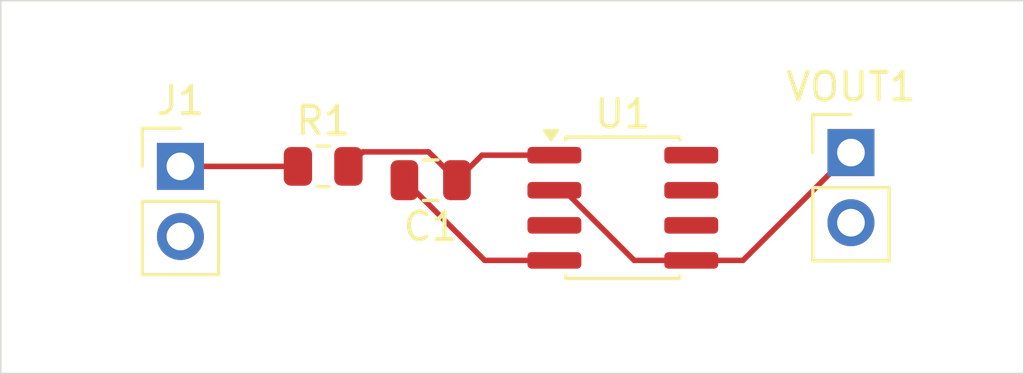
<source format=kicad_pcb>
(kicad_pcb (version 20241229) (generator "pcbnew") (generator_version "9.0")
  (layers (0 "F.Cu" signal) (2 "B.Cu" signal) (13 "F.Paste" user) (15 "B.Paste" user) (5 "F.SilkS" user "F.Silkscreen") (7 "B.SilkS" user "B.Silkscreen") (1 "F.Mask" user) (3 "B.Mask" user) (25 "Edge.Cuts" user))
  (net 0 "")
  (net 1 "Net-(U1-+)")
  (net 2 "GND")
  (net 4 "Net-(J1-Pin_1)")
  (net 5 "VCC")
  (net 6 "Net-(U1--)")
  (footprint "Resistor_SMD:R_0805_2012Metric" (layer "F.Cu") (at 133.6625 82.5)
    (property "Reference" "R1" (at 0 -1.65 0) (layer "F.SilkS"))
    (property "Value" "R")
    (fp_line (start -0.227064 -0.735) (end 0.227064 -0.735) (stroke (width 0.12)) (layer "F.SilkS"))
    (fp_line (start -0.227064 0.735) (end 0.227064 0.735) (stroke (width 0.12)) (layer "F.SilkS"))
    (pad "1" smd roundrect (at -0.9125 0) (size 1.025 1.4) (layers "F.Cu" "F.Mask" "F.Paste") (roundrect_rratio 0.243902) (net 4 "Net-(J1-Pin_1)"))
    (pad "2" smd roundrect (at 0.9125 0) (size 1.025 1.4) (layers "F.Cu" "F.Mask" "F.Paste") (roundrect_rratio 0.243902) (net 1 "Net-(U1-+)"))
  )
  (footprint "Connector_PinHeader_2.54mm:PinHeader_1x02_P2.54mm_Vertical" (layer "F.Cu") (at 128.5 82.5)
    (property "Reference" "J1" (at 0 -2.38 0) (layer "F.SilkS"))
    (property "Value" "Conn_01x02")
    (fp_line (start -1.38 -1.38) (end 0 -1.38) (stroke (width 0.12)) (layer "F.SilkS"))
    (fp_line (start -1.38 0) (end -1.38 -1.38) (stroke (width 0.12)) (layer "F.SilkS"))
    (fp_line (start -1.38 1.27) (end -1.38 3.92) (stroke (width 0.12)) (layer "F.SilkS"))
    (fp_line (start -1.38 1.27) (end 1.38 1.27) (stroke (width 0.12)) (layer "F.SilkS"))
    (fp_line (start -1.38 3.92) (end 1.38 3.92) (stroke (width 0.12)) (layer "F.SilkS"))
    (fp_line (start 1.38 1.27) (end 1.38 3.92) (stroke (width 0.12)) (layer "F.SilkS"))
    (pad "1" thru_hole rect (at 0 0) (size 1.7 1.7) (drill 1) (layers "*.Cu" "*.Mask") (net 4 "Net-(J1-Pin_1)"))
    (pad "2" thru_hole circle (at 0 2.54) (size 1.7 1.7) (drill 1) (layers "*.Cu" "*.Mask"))
  )
  (footprint "Connector_PinHeader_2.54mm:PinHeader_1x02_P2.54mm_Vertical" (layer "F.Cu") (at 152.75 82)
    (property "Reference" "VOUT1" (at 0 -2.38 0) (layer "F.SilkS"))
    (property "Value" "Conn_01x02")
    (fp_line (start -1.38 -1.38) (end 0 -1.38) (stroke (width 0.12)) (layer "F.SilkS"))
    (fp_line (start -1.38 0) (end -1.38 -1.38) (stroke (width 0.12)) (layer "F.SilkS"))
    (fp_line (start -1.38 1.27) (end -1.38 3.92) (stroke (width 0.12)) (layer "F.SilkS"))
    (fp_line (start -1.38 1.27) (end 1.38 1.27) (stroke (width 0.12)) (layer "F.SilkS"))
    (fp_line (start -1.38 3.92) (end 1.38 3.92) (stroke (width 0.12)) (layer "F.SilkS"))
    (fp_line (start 1.38 1.27) (end 1.38 3.92) (stroke (width 0.12)) (layer "F.SilkS"))
    (pad "1" thru_hole rect (at 0 0) (size 1.7 1.7) (drill 1) (layers "*.Cu" "*.Mask") (net 6 "Net-(U1--)"))
    (pad "2" thru_hole circle (at 0 2.54) (size 1.7 1.7) (drill 1) (layers "*.Cu" "*.Mask"))
  )
  (footprint "Capacitor_SMD:C_0805_2012Metric" (layer "F.Cu") (at 137.55 83 180)
    (property "Reference" "C1" (at 0 -1.68 0) (layer "F.SilkS"))
    (property "Value" "C")
    (fp_line (start -0.261252 0.735) (end 0.261252 0.735) (stroke (width 0.12)) (layer "F.SilkS"))
    (fp_line (start -0.261252 -0.735) (end 0.261252 -0.735) (stroke (width 0.12)) (layer "F.SilkS"))
    (pad "1" smd roundrect (at -0.95 0 180) (size 1 1.45) (layers "F.Cu" "F.Mask" "F.Paste") (net 1 "Net-(U1-+)"))
    (pad "2" smd roundrect (at 0.95 0 180) (size 1 1.45) (layers "F.Cu" "F.Mask" "F.Paste") (net 2 "GND"))
  )
  (footprint "Package_SO:SOIC-8_3.9x4.9mm_P1.27mm" (layer "F.Cu") (at 144.5 84)
    (property "Reference" "U1" (at 0 -3.4 0) (layer "F.SilkS"))
    (property "Value" "~")
    (fp_line (start -2.06 -2.56) (end 2.06 -2.56) (stroke (width 0.12)) (layer "F.SilkS"))
    (fp_line (start -2.06 -2.465) (end -2.06 -2.56) (stroke (width 0.12)) (layer "F.SilkS"))
    (fp_line (start -2.06 2.56) (end -2.06 2.465) (stroke (width 0.12)) (layer "F.SilkS"))
    (fp_line (start 2.06 -2.56) (end 2.06 -2.465) (stroke (width 0.12)) (layer "F.SilkS"))
    (fp_line (start 2.06 2.465) (end 2.06 2.56) (stroke (width 0.12)) (layer "F.SilkS"))
    (fp_line (start 2.06 2.56) (end -2.06 2.56) (stroke (width 0.12)) (layer "F.SilkS"))
    (fp_poly (pts (xy -2.6 -2.47) (xy -2.84 -2.8) (xy -2.36 -2.8)) (stroke (width 0.12)) (fill yes) (layer "F.SilkS"))
    (pad "1" smd roundrect (at -2.475 -1.905) (size 1.95 0.6) (layers "F.Cu" "F.Mask" "F.Paste") (net 1 "Net-(U1-+)"))
    (pad "2" smd roundrect (at -2.475 -0.635) (size 1.95 0.6) (layers "F.Cu" "F.Mask" "F.Paste") (net 6 "Net-(U1--)"))
    (pad "3" smd roundrect (at -2.475 0.635) (size 1.95 0.6) (layers "F.Cu" "F.Mask" "F.Paste") (net 5 "VCC"))
    (pad "4" smd roundrect (at -2.475 1.905) (size 1.95 0.6) (layers "F.Cu" "F.Mask" "F.Paste") (net 2 "GND"))
    (pad "5" smd roundrect (at 2.475 1.905) (size 1.95 0.6) (layers "F.Cu" "F.Mask" "F.Paste") (net 6 "Net-(U1--)"))
    (pad "6" smd roundrect (at 2.475 0.635) (size 1.95 0.6) (layers "F.Cu" "F.Mask" "F.Paste"))
    (pad "7" smd roundrect (at 2.475 -0.635) (size 1.95 0.6) (layers "F.Cu" "F.Mask" "F.Paste"))
    (pad "8" smd roundrect (at 2.475 -1.905) (size 1.95 0.6) (layers "F.Cu" "F.Mask" "F.Paste"))
  )
  (gr_rect (start 122 76.5) (end 159 90) (stroke (width 0.05)) (fill no) (layer "Edge.Cuts"))
  (segment (start 139.405 82.095) (end 138.5 83) (width 0.2) (layer "F.Cu") (net 1))
  (segment (start 135.101 81.974) (end 137.474 81.974) (width 0.2) (layer "F.Cu") (net 1))
  (segment (start 142.025 82.095) (end 139.405 82.095) (width 0.2) (layer "F.Cu") (net 1))
  (segment (start 137.474 81.974) (end 138.5 83) (width 0.2) (layer "F.Cu") (net 1))
  (segment (start 134.575 82.5) (end 135.101 81.974) (width 0.2) (layer "F.Cu") (net 1))
  (segment (start 136.6 83) (end 139.505 85.905) (width 0.2) (layer "F.Cu") (net 2))
  (segment (start 139.505 85.905) (end 142.025 85.905) (width 0.2) (layer "F.Cu") (net 2))
  (segment (start 128.5 82.5) (end 132.75 82.5) (width 0.2) (layer "F.Cu") (net 4))
  (segment (start 152.75 82) (end 148.845 85.905) (width 0.2) (layer "F.Cu") (net 6))
  (segment (start 144.911968 85.905) (end 142.371968 83.365) (width 0.2) (layer "F.Cu") (net 6))
  (segment (start 142.371968 83.365) (end 142.025 83.365) (width 0.2) (layer "F.Cu") (net 6))
  (segment (start 146.975 85.905) (end 144.911968 85.905) (width 0.2) (layer "F.Cu") (net 6))
  (segment (start 148.845 85.905) (end 146.975 85.905) (width 0.2) (layer "F.Cu") (net 6))
)
</source>
